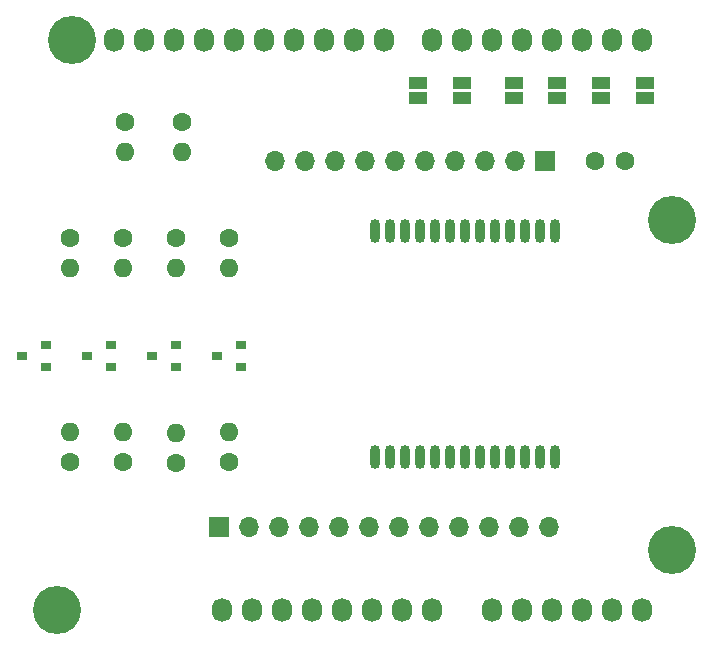
<source format=gts>
G04 #@! TF.GenerationSoftware,KiCad,Pcbnew,5.1.9-73d0e3b20d~88~ubuntu20.04.1*
G04 #@! TF.CreationDate,2021-11-24T18:57:20+09:00*
G04 #@! TF.ProjectId,ES920LRB-Arduino-Shield,45533932-304c-4524-922d-41726475696e,v1.1*
G04 #@! TF.SameCoordinates,Original*
G04 #@! TF.FileFunction,Soldermask,Top*
G04 #@! TF.FilePolarity,Negative*
%FSLAX46Y46*%
G04 Gerber Fmt 4.6, Leading zero omitted, Abs format (unit mm)*
G04 Created by KiCad (PCBNEW 5.1.9-73d0e3b20d~88~ubuntu20.04.1) date 2021-11-24 18:57:20*
%MOMM*%
%LPD*%
G01*
G04 APERTURE LIST*
%ADD10O,0.900000X2.000000*%
%ADD11R,1.500000X1.000000*%
%ADD12O,1.600000X1.600000*%
%ADD13C,1.600000*%
%ADD14R,0.900000X0.800000*%
%ADD15O,1.700000X1.700000*%
%ADD16R,1.700000X1.700000*%
%ADD17O,1.727200X2.032000*%
%ADD18C,4.064000*%
G04 APERTURE END LIST*
D10*
G04 #@! TO.C,M1*
X167118000Y-110915000D03*
X167118000Y-91815000D03*
X165848000Y-110915000D03*
X165848000Y-91815000D03*
X164578000Y-110915000D03*
X164578000Y-91815000D03*
X163308000Y-110915000D03*
X163308000Y-91815000D03*
X162038000Y-110915000D03*
X162038000Y-91815000D03*
X160768000Y-110915000D03*
X160768000Y-91815000D03*
X159498000Y-110915000D03*
X159498000Y-91815000D03*
X158228000Y-110915000D03*
X158228000Y-91815000D03*
X156958000Y-110915000D03*
X156958000Y-91815000D03*
X155688000Y-110915000D03*
X155688000Y-91815000D03*
X154418000Y-110915000D03*
X154418000Y-91815000D03*
X153148000Y-110915000D03*
X153148000Y-91815000D03*
X151878000Y-110915000D03*
X151878000Y-91815000D03*
G04 #@! TD*
D11*
G04 #@! TO.C,JP6*
X163598000Y-80515000D03*
X163598000Y-79215000D03*
G04 #@! TD*
G04 #@! TO.C,JP5*
X167298000Y-80515000D03*
X167298000Y-79215000D03*
G04 #@! TD*
G04 #@! TO.C,JP4*
X170998000Y-80515000D03*
X170998000Y-79215000D03*
G04 #@! TD*
D12*
G04 #@! TO.C,R10*
X125998000Y-94905000D03*
D13*
X125998000Y-92365000D03*
G04 #@! TD*
D12*
G04 #@! TO.C,R9*
X130498000Y-94905000D03*
D13*
X130498000Y-92365000D03*
G04 #@! TD*
D12*
G04 #@! TO.C,R8*
X134998000Y-94905000D03*
D13*
X134998000Y-92365000D03*
G04 #@! TD*
D12*
G04 #@! TO.C,R7*
X139498000Y-94905000D03*
D13*
X139498000Y-92365000D03*
G04 #@! TD*
D12*
G04 #@! TO.C,R6*
X135498000Y-85065000D03*
D13*
X135498000Y-82525000D03*
G04 #@! TD*
D12*
G04 #@! TO.C,R4*
X139498000Y-108825000D03*
D13*
X139498000Y-111365000D03*
G04 #@! TD*
D14*
G04 #@! TO.C,Q4*
X138498000Y-102365000D03*
X140498000Y-101415000D03*
X140498000Y-103315000D03*
G04 #@! TD*
G04 #@! TO.C,Q3*
X132998000Y-102365000D03*
X134998000Y-101415000D03*
X134998000Y-103315000D03*
G04 #@! TD*
G04 #@! TO.C,Q2*
X127498000Y-102365000D03*
X129498000Y-101415000D03*
X129498000Y-103315000D03*
G04 #@! TD*
G04 #@! TO.C,Q1*
X121998000Y-102365000D03*
X123998000Y-101415000D03*
X123998000Y-103315000D03*
G04 #@! TD*
D13*
G04 #@! TO.C,C1*
X172998000Y-85865000D03*
X170498000Y-85865000D03*
G04 #@! TD*
D15*
G04 #@! TO.C,J2*
X166578000Y-116865000D03*
X164038000Y-116865000D03*
X161498000Y-116865000D03*
X158958000Y-116865000D03*
X156418000Y-116865000D03*
X153878000Y-116865000D03*
X151338000Y-116865000D03*
X148798000Y-116865000D03*
X146258000Y-116865000D03*
X143718000Y-116865000D03*
X141178000Y-116865000D03*
D16*
X138638000Y-116865000D03*
G04 #@! TD*
D15*
G04 #@! TO.C,J1*
X143418000Y-85865000D03*
X145958000Y-85865000D03*
X148498000Y-85865000D03*
X151038000Y-85865000D03*
X153578000Y-85865000D03*
X156118000Y-85865000D03*
X158658000Y-85865000D03*
X161198000Y-85865000D03*
X163738000Y-85865000D03*
D16*
X166278000Y-85865000D03*
G04 #@! TD*
D12*
G04 #@! TO.C,R5*
X130698000Y-85115000D03*
D13*
X130698000Y-82575000D03*
G04 #@! TD*
D12*
G04 #@! TO.C,R3*
X134998000Y-108865000D03*
D13*
X134998000Y-111405000D03*
G04 #@! TD*
D12*
G04 #@! TO.C,R2*
X130498000Y-108825000D03*
D13*
X130498000Y-111365000D03*
G04 #@! TD*
D12*
G04 #@! TO.C,R1*
X125998000Y-108825000D03*
D13*
X125998000Y-111365000D03*
G04 #@! TD*
D11*
G04 #@! TO.C,JP3*
X174698000Y-80515000D03*
X174698000Y-79215000D03*
G04 #@! TD*
G04 #@! TO.C,JP2*
X159198000Y-80515000D03*
X159198000Y-79215000D03*
G04 #@! TD*
G04 #@! TO.C,JP1*
X155498000Y-80515000D03*
X155498000Y-79215000D03*
G04 #@! TD*
D17*
G04 #@! TO.C,P1*
X138938000Y-123825000D03*
X141478000Y-123825000D03*
X144018000Y-123825000D03*
X146558000Y-123825000D03*
X149098000Y-123825000D03*
X151638000Y-123825000D03*
X154178000Y-123825000D03*
X156718000Y-123825000D03*
G04 #@! TD*
G04 #@! TO.C,P2*
X161798000Y-123825000D03*
X164338000Y-123825000D03*
X166878000Y-123825000D03*
X169418000Y-123825000D03*
X171958000Y-123825000D03*
X174498000Y-123825000D03*
G04 #@! TD*
G04 #@! TO.C,P3*
X129794000Y-75565000D03*
X132334000Y-75565000D03*
X134874000Y-75565000D03*
X137414000Y-75565000D03*
X139954000Y-75565000D03*
X142494000Y-75565000D03*
X145034000Y-75565000D03*
X147574000Y-75565000D03*
X150114000Y-75565000D03*
X152654000Y-75565000D03*
G04 #@! TD*
G04 #@! TO.C,P4*
X156718000Y-75565000D03*
X159258000Y-75565000D03*
X161798000Y-75565000D03*
X164338000Y-75565000D03*
X166878000Y-75565000D03*
X169418000Y-75565000D03*
X171958000Y-75565000D03*
X174498000Y-75565000D03*
G04 #@! TD*
D18*
G04 #@! TO.C,P5*
X124968000Y-123825000D03*
G04 #@! TD*
G04 #@! TO.C,P6*
X177038000Y-118745000D03*
G04 #@! TD*
G04 #@! TO.C,P7*
X126238000Y-75565000D03*
G04 #@! TD*
G04 #@! TO.C,P8*
X177038000Y-90805000D03*
G04 #@! TD*
M02*

</source>
